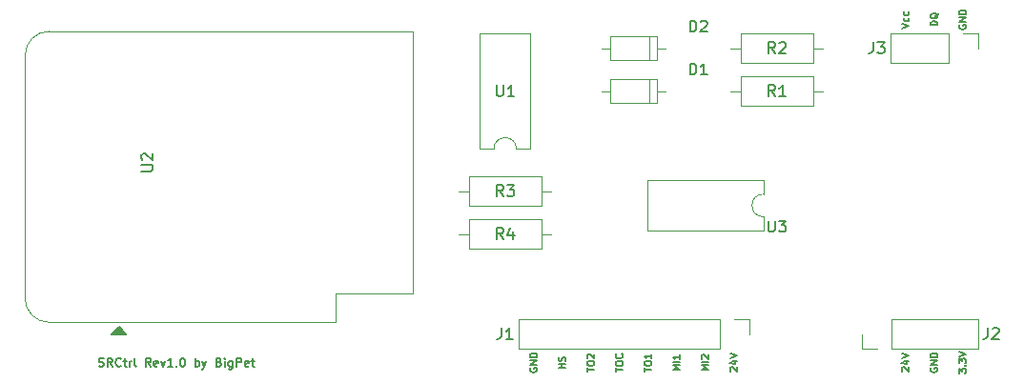
<source format=gbr>
G04 #@! TF.GenerationSoftware,KiCad,Pcbnew,(5.1.0)-1*
G04 #@! TF.CreationDate,2019-06-12T07:31:52+02:00*
G04 #@! TF.ProjectId,SRCtrl_V3,53524374-726c-45f5-9633-2e6b69636164,rev?*
G04 #@! TF.SameCoordinates,Original*
G04 #@! TF.FileFunction,Legend,Top*
G04 #@! TF.FilePolarity,Positive*
%FSLAX46Y46*%
G04 Gerber Fmt 4.6, Leading zero omitted, Abs format (unit mm)*
G04 Created by KiCad (PCBNEW (5.1.0)-1) date 2019-06-12 07:31:52*
%MOMM*%
%LPD*%
G04 APERTURE LIST*
%ADD10C,0.127000*%
%ADD11C,0.120000*%
%ADD12C,0.150000*%
G04 APERTURE END LIST*
D10*
X163482261Y-27425952D02*
X164117261Y-27214285D01*
X163482261Y-27002619D01*
X164087023Y-26518809D02*
X164117261Y-26579285D01*
X164117261Y-26700238D01*
X164087023Y-26760714D01*
X164056785Y-26790952D01*
X163996309Y-26821190D01*
X163814880Y-26821190D01*
X163754404Y-26790952D01*
X163724166Y-26760714D01*
X163693928Y-26700238D01*
X163693928Y-26579285D01*
X163724166Y-26518809D01*
X164087023Y-25974523D02*
X164117261Y-26035000D01*
X164117261Y-26155952D01*
X164087023Y-26216428D01*
X164056785Y-26246666D01*
X163996309Y-26276904D01*
X163814880Y-26276904D01*
X163754404Y-26246666D01*
X163724166Y-26216428D01*
X163693928Y-26155952D01*
X163693928Y-26035000D01*
X163724166Y-25974523D01*
X166657261Y-27168928D02*
X166022261Y-27168928D01*
X166022261Y-27017738D01*
X166052500Y-26927023D01*
X166112976Y-26866547D01*
X166173452Y-26836309D01*
X166294404Y-26806071D01*
X166385119Y-26806071D01*
X166506071Y-26836309D01*
X166566547Y-26866547D01*
X166627023Y-26927023D01*
X166657261Y-27017738D01*
X166657261Y-27168928D01*
X166717738Y-26110595D02*
X166687500Y-26171071D01*
X166627023Y-26231547D01*
X166536309Y-26322261D01*
X166506071Y-26382738D01*
X166506071Y-26443214D01*
X166657261Y-26412976D02*
X166627023Y-26473452D01*
X166566547Y-26533928D01*
X166445595Y-26564166D01*
X166233928Y-26564166D01*
X166112976Y-26533928D01*
X166052500Y-26473452D01*
X166022261Y-26412976D01*
X166022261Y-26292023D01*
X166052500Y-26231547D01*
X166112976Y-26171071D01*
X166233928Y-26140833D01*
X166445595Y-26140833D01*
X166566547Y-26171071D01*
X166627023Y-26231547D01*
X166657261Y-26292023D01*
X166657261Y-26412976D01*
X168592500Y-27153809D02*
X168562261Y-27214285D01*
X168562261Y-27305000D01*
X168592500Y-27395714D01*
X168652976Y-27456190D01*
X168713452Y-27486428D01*
X168834404Y-27516666D01*
X168925119Y-27516666D01*
X169046071Y-27486428D01*
X169106547Y-27456190D01*
X169167023Y-27395714D01*
X169197261Y-27305000D01*
X169197261Y-27244523D01*
X169167023Y-27153809D01*
X169136785Y-27123571D01*
X168925119Y-27123571D01*
X168925119Y-27244523D01*
X169197261Y-26851428D02*
X168562261Y-26851428D01*
X169197261Y-26488571D01*
X168562261Y-26488571D01*
X169197261Y-26186190D02*
X168562261Y-26186190D01*
X168562261Y-26035000D01*
X168592500Y-25944285D01*
X168652976Y-25883809D01*
X168713452Y-25853571D01*
X168834404Y-25823333D01*
X168925119Y-25823333D01*
X169046071Y-25853571D01*
X169106547Y-25883809D01*
X169167023Y-25944285D01*
X169197261Y-26035000D01*
X169197261Y-26186190D01*
X130492500Y-57633809D02*
X130462261Y-57694285D01*
X130462261Y-57785000D01*
X130492500Y-57875714D01*
X130552976Y-57936190D01*
X130613452Y-57966428D01*
X130734404Y-57996666D01*
X130825119Y-57996666D01*
X130946071Y-57966428D01*
X131006547Y-57936190D01*
X131067023Y-57875714D01*
X131097261Y-57785000D01*
X131097261Y-57724523D01*
X131067023Y-57633809D01*
X131036785Y-57603571D01*
X130825119Y-57603571D01*
X130825119Y-57724523D01*
X131097261Y-57331428D02*
X130462261Y-57331428D01*
X131097261Y-56968571D01*
X130462261Y-56968571D01*
X131097261Y-56666190D02*
X130462261Y-56666190D01*
X130462261Y-56515000D01*
X130492500Y-56424285D01*
X130552976Y-56363809D01*
X130613452Y-56333571D01*
X130734404Y-56303333D01*
X130825119Y-56303333D01*
X130946071Y-56333571D01*
X131006547Y-56363809D01*
X131067023Y-56424285D01*
X131097261Y-56515000D01*
X131097261Y-56666190D01*
X133637261Y-57633809D02*
X133002261Y-57633809D01*
X133304642Y-57633809D02*
X133304642Y-57270952D01*
X133637261Y-57270952D02*
X133002261Y-57270952D01*
X133607023Y-56998809D02*
X133637261Y-56908095D01*
X133637261Y-56756904D01*
X133607023Y-56696428D01*
X133576785Y-56666190D01*
X133516309Y-56635952D01*
X133455833Y-56635952D01*
X133395357Y-56666190D01*
X133365119Y-56696428D01*
X133334880Y-56756904D01*
X133304642Y-56877857D01*
X133274404Y-56938333D01*
X133244166Y-56968571D01*
X133183690Y-56998809D01*
X133123214Y-56998809D01*
X133062738Y-56968571D01*
X133032500Y-56938333D01*
X133002261Y-56877857D01*
X133002261Y-56726666D01*
X133032500Y-56635952D01*
X135542261Y-57966428D02*
X135542261Y-57603571D01*
X136177261Y-57785000D02*
X135542261Y-57785000D01*
X135542261Y-57270952D02*
X135542261Y-57150000D01*
X135572500Y-57089523D01*
X135632976Y-57029047D01*
X135753928Y-56998809D01*
X135965595Y-56998809D01*
X136086547Y-57029047D01*
X136147023Y-57089523D01*
X136177261Y-57150000D01*
X136177261Y-57270952D01*
X136147023Y-57331428D01*
X136086547Y-57391904D01*
X135965595Y-57422142D01*
X135753928Y-57422142D01*
X135632976Y-57391904D01*
X135572500Y-57331428D01*
X135542261Y-57270952D01*
X135602738Y-56756904D02*
X135572500Y-56726666D01*
X135542261Y-56666190D01*
X135542261Y-56515000D01*
X135572500Y-56454523D01*
X135602738Y-56424285D01*
X135663214Y-56394047D01*
X135723690Y-56394047D01*
X135814404Y-56424285D01*
X136177261Y-56787142D01*
X136177261Y-56394047D01*
X138082261Y-57981547D02*
X138082261Y-57618690D01*
X138717261Y-57800119D02*
X138082261Y-57800119D01*
X138082261Y-57286071D02*
X138082261Y-57165119D01*
X138112500Y-57104642D01*
X138172976Y-57044166D01*
X138293928Y-57013928D01*
X138505595Y-57013928D01*
X138626547Y-57044166D01*
X138687023Y-57104642D01*
X138717261Y-57165119D01*
X138717261Y-57286071D01*
X138687023Y-57346547D01*
X138626547Y-57407023D01*
X138505595Y-57437261D01*
X138293928Y-57437261D01*
X138172976Y-57407023D01*
X138112500Y-57346547D01*
X138082261Y-57286071D01*
X138656785Y-56378928D02*
X138687023Y-56409166D01*
X138717261Y-56499880D01*
X138717261Y-56560357D01*
X138687023Y-56651071D01*
X138626547Y-56711547D01*
X138566071Y-56741785D01*
X138445119Y-56772023D01*
X138354404Y-56772023D01*
X138233452Y-56741785D01*
X138172976Y-56711547D01*
X138112500Y-56651071D01*
X138082261Y-56560357D01*
X138082261Y-56499880D01*
X138112500Y-56409166D01*
X138142738Y-56378928D01*
X140622261Y-57966428D02*
X140622261Y-57603571D01*
X141257261Y-57785000D02*
X140622261Y-57785000D01*
X140622261Y-57270952D02*
X140622261Y-57150000D01*
X140652500Y-57089523D01*
X140712976Y-57029047D01*
X140833928Y-56998809D01*
X141045595Y-56998809D01*
X141166547Y-57029047D01*
X141227023Y-57089523D01*
X141257261Y-57150000D01*
X141257261Y-57270952D01*
X141227023Y-57331428D01*
X141166547Y-57391904D01*
X141045595Y-57422142D01*
X140833928Y-57422142D01*
X140712976Y-57391904D01*
X140652500Y-57331428D01*
X140622261Y-57270952D01*
X141257261Y-56394047D02*
X141257261Y-56756904D01*
X141257261Y-56575476D02*
X140622261Y-56575476D01*
X140712976Y-56635952D01*
X140773452Y-56696428D01*
X140803690Y-56756904D01*
X143797261Y-57815238D02*
X143162261Y-57815238D01*
X143615833Y-57603571D01*
X143162261Y-57391904D01*
X143797261Y-57391904D01*
X143797261Y-57089523D02*
X143162261Y-57089523D01*
X143797261Y-56454523D02*
X143797261Y-56817380D01*
X143797261Y-56635952D02*
X143162261Y-56635952D01*
X143252976Y-56696428D01*
X143313452Y-56756904D01*
X143343690Y-56817380D01*
X146337261Y-57815238D02*
X145702261Y-57815238D01*
X146155833Y-57603571D01*
X145702261Y-57391904D01*
X146337261Y-57391904D01*
X146337261Y-57089523D02*
X145702261Y-57089523D01*
X145762738Y-56817380D02*
X145732500Y-56787142D01*
X145702261Y-56726666D01*
X145702261Y-56575476D01*
X145732500Y-56515000D01*
X145762738Y-56484761D01*
X145823214Y-56454523D01*
X145883690Y-56454523D01*
X145974404Y-56484761D01*
X146337261Y-56847619D01*
X146337261Y-56454523D01*
X148302738Y-57905952D02*
X148272500Y-57875714D01*
X148242261Y-57815238D01*
X148242261Y-57664047D01*
X148272500Y-57603571D01*
X148302738Y-57573333D01*
X148363214Y-57543095D01*
X148423690Y-57543095D01*
X148514404Y-57573333D01*
X148877261Y-57936190D01*
X148877261Y-57543095D01*
X148453928Y-56998809D02*
X148877261Y-56998809D01*
X148212023Y-57150000D02*
X148665595Y-57301190D01*
X148665595Y-56908095D01*
X148242261Y-56756904D02*
X148877261Y-56545238D01*
X148242261Y-56333571D01*
X168562261Y-58087380D02*
X168562261Y-57694285D01*
X168804166Y-57905952D01*
X168804166Y-57815238D01*
X168834404Y-57754761D01*
X168864642Y-57724523D01*
X168925119Y-57694285D01*
X169076309Y-57694285D01*
X169136785Y-57724523D01*
X169167023Y-57754761D01*
X169197261Y-57815238D01*
X169197261Y-57996666D01*
X169167023Y-58057142D01*
X169136785Y-58087380D01*
X169136785Y-57422142D02*
X169167023Y-57391904D01*
X169197261Y-57422142D01*
X169167023Y-57452380D01*
X169136785Y-57422142D01*
X169197261Y-57422142D01*
X168562261Y-57180238D02*
X168562261Y-56787142D01*
X168804166Y-56998809D01*
X168804166Y-56908095D01*
X168834404Y-56847619D01*
X168864642Y-56817380D01*
X168925119Y-56787142D01*
X169076309Y-56787142D01*
X169136785Y-56817380D01*
X169167023Y-56847619D01*
X169197261Y-56908095D01*
X169197261Y-57089523D01*
X169167023Y-57150000D01*
X169136785Y-57180238D01*
X168562261Y-56605714D02*
X169197261Y-56394047D01*
X168562261Y-56182380D01*
X166052500Y-57633809D02*
X166022261Y-57694285D01*
X166022261Y-57785000D01*
X166052500Y-57875714D01*
X166112976Y-57936190D01*
X166173452Y-57966428D01*
X166294404Y-57996666D01*
X166385119Y-57996666D01*
X166506071Y-57966428D01*
X166566547Y-57936190D01*
X166627023Y-57875714D01*
X166657261Y-57785000D01*
X166657261Y-57724523D01*
X166627023Y-57633809D01*
X166596785Y-57603571D01*
X166385119Y-57603571D01*
X166385119Y-57724523D01*
X166657261Y-57331428D02*
X166022261Y-57331428D01*
X166657261Y-56968571D01*
X166022261Y-56968571D01*
X166657261Y-56666190D02*
X166022261Y-56666190D01*
X166022261Y-56515000D01*
X166052500Y-56424285D01*
X166112976Y-56363809D01*
X166173452Y-56333571D01*
X166294404Y-56303333D01*
X166385119Y-56303333D01*
X166506071Y-56333571D01*
X166566547Y-56363809D01*
X166627023Y-56424285D01*
X166657261Y-56515000D01*
X166657261Y-56666190D01*
X163542738Y-57905952D02*
X163512500Y-57875714D01*
X163482261Y-57815238D01*
X163482261Y-57664047D01*
X163512500Y-57603571D01*
X163542738Y-57573333D01*
X163603214Y-57543095D01*
X163663690Y-57543095D01*
X163754404Y-57573333D01*
X164117261Y-57936190D01*
X164117261Y-57543095D01*
X163693928Y-56998809D02*
X164117261Y-56998809D01*
X163452023Y-57150000D02*
X163905595Y-57301190D01*
X163905595Y-56908095D01*
X163482261Y-56756904D02*
X164117261Y-56545238D01*
X163482261Y-56333571D01*
X92183857Y-57458428D02*
X92292714Y-57494714D01*
X92474142Y-57494714D01*
X92546714Y-57458428D01*
X92583000Y-57422142D01*
X92619285Y-57349571D01*
X92619285Y-57277000D01*
X92583000Y-57204428D01*
X92546714Y-57168142D01*
X92474142Y-57131857D01*
X92329000Y-57095571D01*
X92256428Y-57059285D01*
X92220142Y-57023000D01*
X92183857Y-56950428D01*
X92183857Y-56877857D01*
X92220142Y-56805285D01*
X92256428Y-56769000D01*
X92329000Y-56732714D01*
X92510428Y-56732714D01*
X92619285Y-56769000D01*
X93381285Y-57494714D02*
X93127285Y-57131857D01*
X92945857Y-57494714D02*
X92945857Y-56732714D01*
X93236142Y-56732714D01*
X93308714Y-56769000D01*
X93345000Y-56805285D01*
X93381285Y-56877857D01*
X93381285Y-56986714D01*
X93345000Y-57059285D01*
X93308714Y-57095571D01*
X93236142Y-57131857D01*
X92945857Y-57131857D01*
X94143285Y-57422142D02*
X94107000Y-57458428D01*
X93998142Y-57494714D01*
X93925571Y-57494714D01*
X93816714Y-57458428D01*
X93744142Y-57385857D01*
X93707857Y-57313285D01*
X93671571Y-57168142D01*
X93671571Y-57059285D01*
X93707857Y-56914142D01*
X93744142Y-56841571D01*
X93816714Y-56769000D01*
X93925571Y-56732714D01*
X93998142Y-56732714D01*
X94107000Y-56769000D01*
X94143285Y-56805285D01*
X94361000Y-56986714D02*
X94651285Y-56986714D01*
X94469857Y-56732714D02*
X94469857Y-57385857D01*
X94506142Y-57458428D01*
X94578714Y-57494714D01*
X94651285Y-57494714D01*
X94905285Y-57494714D02*
X94905285Y-56986714D01*
X94905285Y-57131857D02*
X94941571Y-57059285D01*
X94977857Y-57023000D01*
X95050428Y-56986714D01*
X95123000Y-56986714D01*
X95485857Y-57494714D02*
X95413285Y-57458428D01*
X95377000Y-57385857D01*
X95377000Y-56732714D01*
X96792142Y-57494714D02*
X96538142Y-57131857D01*
X96356714Y-57494714D02*
X96356714Y-56732714D01*
X96647000Y-56732714D01*
X96719571Y-56769000D01*
X96755857Y-56805285D01*
X96792142Y-56877857D01*
X96792142Y-56986714D01*
X96755857Y-57059285D01*
X96719571Y-57095571D01*
X96647000Y-57131857D01*
X96356714Y-57131857D01*
X97409000Y-57458428D02*
X97336428Y-57494714D01*
X97191285Y-57494714D01*
X97118714Y-57458428D01*
X97082428Y-57385857D01*
X97082428Y-57095571D01*
X97118714Y-57023000D01*
X97191285Y-56986714D01*
X97336428Y-56986714D01*
X97409000Y-57023000D01*
X97445285Y-57095571D01*
X97445285Y-57168142D01*
X97082428Y-57240714D01*
X97699285Y-56986714D02*
X97880714Y-57494714D01*
X98062142Y-56986714D01*
X98751571Y-57494714D02*
X98316142Y-57494714D01*
X98533857Y-57494714D02*
X98533857Y-56732714D01*
X98461285Y-56841571D01*
X98388714Y-56914142D01*
X98316142Y-56950428D01*
X99078142Y-57422142D02*
X99114428Y-57458428D01*
X99078142Y-57494714D01*
X99041857Y-57458428D01*
X99078142Y-57422142D01*
X99078142Y-57494714D01*
X99586142Y-56732714D02*
X99658714Y-56732714D01*
X99731285Y-56769000D01*
X99767571Y-56805285D01*
X99803857Y-56877857D01*
X99840142Y-57023000D01*
X99840142Y-57204428D01*
X99803857Y-57349571D01*
X99767571Y-57422142D01*
X99731285Y-57458428D01*
X99658714Y-57494714D01*
X99586142Y-57494714D01*
X99513571Y-57458428D01*
X99477285Y-57422142D01*
X99441000Y-57349571D01*
X99404714Y-57204428D01*
X99404714Y-57023000D01*
X99441000Y-56877857D01*
X99477285Y-56805285D01*
X99513571Y-56769000D01*
X99586142Y-56732714D01*
X100747285Y-57494714D02*
X100747285Y-56732714D01*
X100747285Y-57023000D02*
X100819857Y-56986714D01*
X100965000Y-56986714D01*
X101037571Y-57023000D01*
X101073857Y-57059285D01*
X101110142Y-57131857D01*
X101110142Y-57349571D01*
X101073857Y-57422142D01*
X101037571Y-57458428D01*
X100965000Y-57494714D01*
X100819857Y-57494714D01*
X100747285Y-57458428D01*
X101364142Y-56986714D02*
X101545571Y-57494714D01*
X101727000Y-56986714D02*
X101545571Y-57494714D01*
X101473000Y-57676142D01*
X101436714Y-57712428D01*
X101364142Y-57748714D01*
X102851857Y-57095571D02*
X102960714Y-57131857D01*
X102997000Y-57168142D01*
X103033285Y-57240714D01*
X103033285Y-57349571D01*
X102997000Y-57422142D01*
X102960714Y-57458428D01*
X102888142Y-57494714D01*
X102597857Y-57494714D01*
X102597857Y-56732714D01*
X102851857Y-56732714D01*
X102924428Y-56769000D01*
X102960714Y-56805285D01*
X102997000Y-56877857D01*
X102997000Y-56950428D01*
X102960714Y-57023000D01*
X102924428Y-57059285D01*
X102851857Y-57095571D01*
X102597857Y-57095571D01*
X103359857Y-57494714D02*
X103359857Y-56986714D01*
X103359857Y-56732714D02*
X103323571Y-56769000D01*
X103359857Y-56805285D01*
X103396142Y-56769000D01*
X103359857Y-56732714D01*
X103359857Y-56805285D01*
X104049285Y-56986714D02*
X104049285Y-57603571D01*
X104013000Y-57676142D01*
X103976714Y-57712428D01*
X103904142Y-57748714D01*
X103795285Y-57748714D01*
X103722714Y-57712428D01*
X104049285Y-57458428D02*
X103976714Y-57494714D01*
X103831571Y-57494714D01*
X103759000Y-57458428D01*
X103722714Y-57422142D01*
X103686428Y-57349571D01*
X103686428Y-57131857D01*
X103722714Y-57059285D01*
X103759000Y-57023000D01*
X103831571Y-56986714D01*
X103976714Y-56986714D01*
X104049285Y-57023000D01*
X104412142Y-57494714D02*
X104412142Y-56732714D01*
X104702428Y-56732714D01*
X104775000Y-56769000D01*
X104811285Y-56805285D01*
X104847571Y-56877857D01*
X104847571Y-56986714D01*
X104811285Y-57059285D01*
X104775000Y-57095571D01*
X104702428Y-57131857D01*
X104412142Y-57131857D01*
X105464428Y-57458428D02*
X105391857Y-57494714D01*
X105246714Y-57494714D01*
X105174142Y-57458428D01*
X105137857Y-57385857D01*
X105137857Y-57095571D01*
X105174142Y-57023000D01*
X105246714Y-56986714D01*
X105391857Y-56986714D01*
X105464428Y-57023000D01*
X105500714Y-57095571D01*
X105500714Y-57168142D01*
X105137857Y-57240714D01*
X105718428Y-56986714D02*
X106008714Y-56986714D01*
X105827285Y-56732714D02*
X105827285Y-57385857D01*
X105863571Y-57458428D01*
X105936142Y-57494714D01*
X106008714Y-57494714D01*
D11*
G04 #@! TO.C,U3*
X151190000Y-44180000D02*
G75*
G02X151190000Y-42180000I0J1000000D01*
G01*
X151190000Y-42180000D02*
X151190000Y-40930000D01*
X151190000Y-40930000D02*
X140910000Y-40930000D01*
X140910000Y-40930000D02*
X140910000Y-45430000D01*
X140910000Y-45430000D02*
X151190000Y-45430000D01*
X151190000Y-45430000D02*
X151190000Y-44180000D01*
G04 #@! TO.C,R4*
X125060000Y-44410000D02*
X125060000Y-47030000D01*
X125060000Y-47030000D02*
X131480000Y-47030000D01*
X131480000Y-47030000D02*
X131480000Y-44410000D01*
X131480000Y-44410000D02*
X125060000Y-44410000D01*
X124170000Y-45720000D02*
X125060000Y-45720000D01*
X132370000Y-45720000D02*
X131480000Y-45720000D01*
G04 #@! TO.C,U2*
X120100000Y-51030000D02*
X120100000Y-27710000D01*
X113200000Y-53570000D02*
X87770000Y-53570000D01*
X120100000Y-27710000D02*
X87770000Y-27710000D01*
X85640000Y-29830000D02*
X85640000Y-51440000D01*
D12*
G36*
X93345000Y-54610000D02*
G01*
X94615000Y-54610000D01*
X93980000Y-53975000D01*
X93345000Y-54610000D01*
G37*
X93345000Y-54610000D02*
X94615000Y-54610000D01*
X93980000Y-53975000D01*
X93345000Y-54610000D01*
D11*
X113200000Y-53570000D02*
X113200000Y-51030000D01*
X113200000Y-51030000D02*
X120100000Y-51030000D01*
X87770000Y-53570000D02*
G75*
G02X85640000Y-51440000I0J2130000D01*
G01*
X85640000Y-29840000D02*
G75*
G02X87770000Y-27710000I2130000J0D01*
G01*
G04 #@! TO.C,J1*
X149920000Y-53280000D02*
X149920000Y-54610000D01*
X148590000Y-53280000D02*
X149920000Y-53280000D01*
X147320000Y-53280000D02*
X147320000Y-55940000D01*
X147320000Y-55940000D02*
X129480000Y-55940000D01*
X147320000Y-53280000D02*
X129480000Y-53280000D01*
X129480000Y-53280000D02*
X129480000Y-55940000D01*
G04 #@! TO.C,U1*
X126020000Y-38160000D02*
X127270000Y-38160000D01*
X126020000Y-27880000D02*
X126020000Y-38160000D01*
X130520000Y-27880000D02*
X126020000Y-27880000D01*
X130520000Y-38160000D02*
X130520000Y-27880000D01*
X129270000Y-38160000D02*
X130520000Y-38160000D01*
X127270000Y-38160000D02*
G75*
G02X129270000Y-38160000I1000000J0D01*
G01*
G04 #@! TO.C,D1*
X141100000Y-34080000D02*
X141100000Y-31960000D01*
X136870000Y-33020000D02*
X137640000Y-33020000D01*
X142530000Y-33020000D02*
X141760000Y-33020000D01*
X137640000Y-34080000D02*
X141760000Y-34080000D01*
X137640000Y-31960000D02*
X137640000Y-34080000D01*
X141760000Y-31960000D02*
X137640000Y-31960000D01*
X141760000Y-34080000D02*
X141760000Y-31960000D01*
G04 #@! TO.C,D2*
X141760000Y-30270000D02*
X141760000Y-28150000D01*
X141760000Y-28150000D02*
X137640000Y-28150000D01*
X137640000Y-28150000D02*
X137640000Y-30270000D01*
X137640000Y-30270000D02*
X141760000Y-30270000D01*
X142530000Y-29210000D02*
X141760000Y-29210000D01*
X136870000Y-29210000D02*
X137640000Y-29210000D01*
X141100000Y-30270000D02*
X141100000Y-28150000D01*
G04 #@! TO.C,J2*
X159960000Y-55940000D02*
X159960000Y-54610000D01*
X161290000Y-55940000D02*
X159960000Y-55940000D01*
X162560000Y-55940000D02*
X162560000Y-53280000D01*
X162560000Y-53280000D02*
X170240000Y-53280000D01*
X162560000Y-55940000D02*
X170240000Y-55940000D01*
X170240000Y-55940000D02*
X170240000Y-53280000D01*
G04 #@! TO.C,R1*
X156500000Y-33020000D02*
X155610000Y-33020000D01*
X148300000Y-33020000D02*
X149190000Y-33020000D01*
X155610000Y-31710000D02*
X149190000Y-31710000D01*
X155610000Y-34330000D02*
X155610000Y-31710000D01*
X149190000Y-34330000D02*
X155610000Y-34330000D01*
X149190000Y-31710000D02*
X149190000Y-34330000D01*
G04 #@! TO.C,R2*
X149190000Y-27900000D02*
X149190000Y-30520000D01*
X149190000Y-30520000D02*
X155610000Y-30520000D01*
X155610000Y-30520000D02*
X155610000Y-27900000D01*
X155610000Y-27900000D02*
X149190000Y-27900000D01*
X148300000Y-29210000D02*
X149190000Y-29210000D01*
X156500000Y-29210000D02*
X155610000Y-29210000D01*
G04 #@! TO.C,R3*
X132370000Y-41910000D02*
X131480000Y-41910000D01*
X124170000Y-41910000D02*
X125060000Y-41910000D01*
X131480000Y-40600000D02*
X125060000Y-40600000D01*
X131480000Y-43220000D02*
X131480000Y-40600000D01*
X125060000Y-43220000D02*
X131480000Y-43220000D01*
X125060000Y-40600000D02*
X125060000Y-43220000D01*
G04 #@! TO.C,J3*
X170240000Y-27880000D02*
X170240000Y-29210000D01*
X168910000Y-27880000D02*
X170240000Y-27880000D01*
X167640000Y-27880000D02*
X167640000Y-30540000D01*
X167640000Y-30540000D02*
X162500000Y-30540000D01*
X167640000Y-27880000D02*
X162500000Y-27880000D01*
X162500000Y-27880000D02*
X162500000Y-30540000D01*
G04 #@! TO.C,U3*
D12*
X151638095Y-44537380D02*
X151638095Y-45346904D01*
X151685714Y-45442142D01*
X151733333Y-45489761D01*
X151828571Y-45537380D01*
X152019047Y-45537380D01*
X152114285Y-45489761D01*
X152161904Y-45442142D01*
X152209523Y-45346904D01*
X152209523Y-44537380D01*
X152590476Y-44537380D02*
X153209523Y-44537380D01*
X152876190Y-44918333D01*
X153019047Y-44918333D01*
X153114285Y-44965952D01*
X153161904Y-45013571D01*
X153209523Y-45108809D01*
X153209523Y-45346904D01*
X153161904Y-45442142D01*
X153114285Y-45489761D01*
X153019047Y-45537380D01*
X152733333Y-45537380D01*
X152638095Y-45489761D01*
X152590476Y-45442142D01*
G04 #@! TO.C,R4*
X128103333Y-46172380D02*
X127770000Y-45696190D01*
X127531904Y-46172380D02*
X127531904Y-45172380D01*
X127912857Y-45172380D01*
X128008095Y-45220000D01*
X128055714Y-45267619D01*
X128103333Y-45362857D01*
X128103333Y-45505714D01*
X128055714Y-45600952D01*
X128008095Y-45648571D01*
X127912857Y-45696190D01*
X127531904Y-45696190D01*
X128960476Y-45505714D02*
X128960476Y-46172380D01*
X128722380Y-45124761D02*
X128484285Y-45839047D01*
X129103333Y-45839047D01*
G04 #@! TO.C,U2*
X95972380Y-40131904D02*
X96781904Y-40131904D01*
X96877142Y-40084285D01*
X96924761Y-40036666D01*
X96972380Y-39941428D01*
X96972380Y-39750952D01*
X96924761Y-39655714D01*
X96877142Y-39608095D01*
X96781904Y-39560476D01*
X95972380Y-39560476D01*
X96067619Y-39131904D02*
X96020000Y-39084285D01*
X95972380Y-38989047D01*
X95972380Y-38750952D01*
X96020000Y-38655714D01*
X96067619Y-38608095D01*
X96162857Y-38560476D01*
X96258095Y-38560476D01*
X96400952Y-38608095D01*
X96972380Y-39179523D01*
X96972380Y-38560476D01*
G04 #@! TO.C,J1*
X127936666Y-54062380D02*
X127936666Y-54776666D01*
X127889047Y-54919523D01*
X127793809Y-55014761D01*
X127650952Y-55062380D01*
X127555714Y-55062380D01*
X128936666Y-55062380D02*
X128365238Y-55062380D01*
X128650952Y-55062380D02*
X128650952Y-54062380D01*
X128555714Y-54205238D01*
X128460476Y-54300476D01*
X128365238Y-54348095D01*
G04 #@! TO.C,U1*
X127508095Y-32472380D02*
X127508095Y-33281904D01*
X127555714Y-33377142D01*
X127603333Y-33424761D01*
X127698571Y-33472380D01*
X127889047Y-33472380D01*
X127984285Y-33424761D01*
X128031904Y-33377142D01*
X128079523Y-33281904D01*
X128079523Y-32472380D01*
X129079523Y-33472380D02*
X128508095Y-33472380D01*
X128793809Y-33472380D02*
X128793809Y-32472380D01*
X128698571Y-32615238D01*
X128603333Y-32710476D01*
X128508095Y-32758095D01*
G04 #@! TO.C,D1*
X144676904Y-31567380D02*
X144676904Y-30567380D01*
X144915000Y-30567380D01*
X145057857Y-30615000D01*
X145153095Y-30710238D01*
X145200714Y-30805476D01*
X145248333Y-30995952D01*
X145248333Y-31138809D01*
X145200714Y-31329285D01*
X145153095Y-31424523D01*
X145057857Y-31519761D01*
X144915000Y-31567380D01*
X144676904Y-31567380D01*
X146200714Y-31567380D02*
X145629285Y-31567380D01*
X145915000Y-31567380D02*
X145915000Y-30567380D01*
X145819761Y-30710238D01*
X145724523Y-30805476D01*
X145629285Y-30853095D01*
G04 #@! TO.C,D2*
X144676904Y-27757380D02*
X144676904Y-26757380D01*
X144915000Y-26757380D01*
X145057857Y-26805000D01*
X145153095Y-26900238D01*
X145200714Y-26995476D01*
X145248333Y-27185952D01*
X145248333Y-27328809D01*
X145200714Y-27519285D01*
X145153095Y-27614523D01*
X145057857Y-27709761D01*
X144915000Y-27757380D01*
X144676904Y-27757380D01*
X145629285Y-26852619D02*
X145676904Y-26805000D01*
X145772142Y-26757380D01*
X146010238Y-26757380D01*
X146105476Y-26805000D01*
X146153095Y-26852619D01*
X146200714Y-26947857D01*
X146200714Y-27043095D01*
X146153095Y-27185952D01*
X145581666Y-27757380D01*
X146200714Y-27757380D01*
G04 #@! TO.C,J2*
X171116666Y-54062380D02*
X171116666Y-54776666D01*
X171069047Y-54919523D01*
X170973809Y-55014761D01*
X170830952Y-55062380D01*
X170735714Y-55062380D01*
X171545238Y-54157619D02*
X171592857Y-54110000D01*
X171688095Y-54062380D01*
X171926190Y-54062380D01*
X172021428Y-54110000D01*
X172069047Y-54157619D01*
X172116666Y-54252857D01*
X172116666Y-54348095D01*
X172069047Y-54490952D01*
X171497619Y-55062380D01*
X172116666Y-55062380D01*
G04 #@! TO.C,R1*
X152233333Y-33472380D02*
X151900000Y-32996190D01*
X151661904Y-33472380D02*
X151661904Y-32472380D01*
X152042857Y-32472380D01*
X152138095Y-32520000D01*
X152185714Y-32567619D01*
X152233333Y-32662857D01*
X152233333Y-32805714D01*
X152185714Y-32900952D01*
X152138095Y-32948571D01*
X152042857Y-32996190D01*
X151661904Y-32996190D01*
X153185714Y-33472380D02*
X152614285Y-33472380D01*
X152900000Y-33472380D02*
X152900000Y-32472380D01*
X152804761Y-32615238D01*
X152709523Y-32710476D01*
X152614285Y-32758095D01*
G04 #@! TO.C,R2*
X152233333Y-29662380D02*
X151900000Y-29186190D01*
X151661904Y-29662380D02*
X151661904Y-28662380D01*
X152042857Y-28662380D01*
X152138095Y-28710000D01*
X152185714Y-28757619D01*
X152233333Y-28852857D01*
X152233333Y-28995714D01*
X152185714Y-29090952D01*
X152138095Y-29138571D01*
X152042857Y-29186190D01*
X151661904Y-29186190D01*
X152614285Y-28757619D02*
X152661904Y-28710000D01*
X152757142Y-28662380D01*
X152995238Y-28662380D01*
X153090476Y-28710000D01*
X153138095Y-28757619D01*
X153185714Y-28852857D01*
X153185714Y-28948095D01*
X153138095Y-29090952D01*
X152566666Y-29662380D01*
X153185714Y-29662380D01*
G04 #@! TO.C,R3*
X128103333Y-42362380D02*
X127770000Y-41886190D01*
X127531904Y-42362380D02*
X127531904Y-41362380D01*
X127912857Y-41362380D01*
X128008095Y-41410000D01*
X128055714Y-41457619D01*
X128103333Y-41552857D01*
X128103333Y-41695714D01*
X128055714Y-41790952D01*
X128008095Y-41838571D01*
X127912857Y-41886190D01*
X127531904Y-41886190D01*
X128436666Y-41362380D02*
X129055714Y-41362380D01*
X128722380Y-41743333D01*
X128865238Y-41743333D01*
X128960476Y-41790952D01*
X129008095Y-41838571D01*
X129055714Y-41933809D01*
X129055714Y-42171904D01*
X129008095Y-42267142D01*
X128960476Y-42314761D01*
X128865238Y-42362380D01*
X128579523Y-42362380D01*
X128484285Y-42314761D01*
X128436666Y-42267142D01*
G04 #@! TO.C,J3*
X160956666Y-28662380D02*
X160956666Y-29376666D01*
X160909047Y-29519523D01*
X160813809Y-29614761D01*
X160670952Y-29662380D01*
X160575714Y-29662380D01*
X161337619Y-28662380D02*
X161956666Y-28662380D01*
X161623333Y-29043333D01*
X161766190Y-29043333D01*
X161861428Y-29090952D01*
X161909047Y-29138571D01*
X161956666Y-29233809D01*
X161956666Y-29471904D01*
X161909047Y-29567142D01*
X161861428Y-29614761D01*
X161766190Y-29662380D01*
X161480476Y-29662380D01*
X161385238Y-29614761D01*
X161337619Y-29567142D01*
G04 #@! TD*
M02*

</source>
